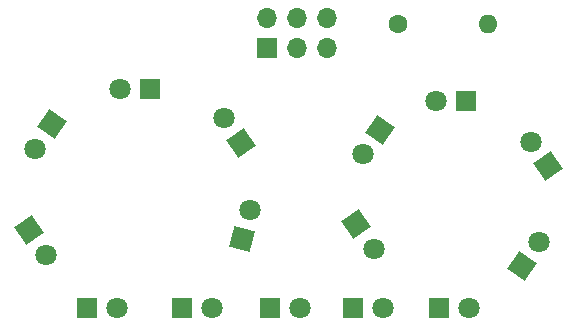
<source format=gbr>
%TF.GenerationSoftware,KiCad,Pcbnew,7.0.9*%
%TF.CreationDate,2024-02-16T19:17:06-08:00*%
%TF.ProjectId,DC32_Cassette_SAO,44433332-5f43-4617-9373-657474655f53,rev?*%
%TF.SameCoordinates,Original*%
%TF.FileFunction,Soldermask,Bot*%
%TF.FilePolarity,Negative*%
%FSLAX46Y46*%
G04 Gerber Fmt 4.6, Leading zero omitted, Abs format (unit mm)*
G04 Created by KiCad (PCBNEW 7.0.9) date 2024-02-16 19:17:06*
%MOMM*%
%LPD*%
G01*
G04 APERTURE LIST*
G04 Aperture macros list*
%AMRotRect*
0 Rectangle, with rotation*
0 The origin of the aperture is its center*
0 $1 length*
0 $2 width*
0 $3 Rotation angle, in degrees counterclockwise*
0 Add horizontal line*
21,1,$1,$2,0,0,$3*%
G04 Aperture macros list end*
%ADD10R,1.800000X1.800000*%
%ADD11C,1.800000*%
%ADD12RotRect,1.800000X1.800000X125.000000*%
%ADD13RotRect,1.800000X1.800000X305.000000*%
%ADD14RotRect,1.800000X1.800000X235.000000*%
%ADD15RotRect,1.800000X1.800000X55.000000*%
%ADD16RotRect,1.800000X1.800000X75.000000*%
%ADD17C,1.600000*%
%ADD18O,1.600000X1.600000*%
%ADD19R,1.700000X1.700000*%
%ADD20O,1.700000X1.700000*%
G04 APERTURE END LIST*
D10*
%TO.C,D3*%
X138000000Y-89500000D03*
D11*
X135460000Y-89500000D03*
%TD*%
D12*
%TO.C,D12*%
X171731310Y-96044419D03*
D11*
X170274426Y-93963773D03*
%TD*%
D10*
%TO.C,D8*%
X148225000Y-108000000D03*
D11*
X150765000Y-108000000D03*
%TD*%
%TO.C,D5*%
X129225574Y-103536227D03*
D13*
X127768690Y-101455581D03*
%TD*%
D14*
%TO.C,D14*%
X157500000Y-92955581D03*
D11*
X156043116Y-95036227D03*
%TD*%
D10*
%TO.C,D6*%
X132725000Y-108000000D03*
D11*
X135265000Y-108000000D03*
%TD*%
D14*
%TO.C,D4*%
X129731310Y-92455581D03*
D11*
X128274426Y-94536227D03*
%TD*%
D15*
%TO.C,D11*%
X169500000Y-104500000D03*
D11*
X170956884Y-102419354D03*
%TD*%
D10*
%TO.C,D9*%
X155225000Y-108000000D03*
D11*
X157765000Y-108000000D03*
%TD*%
D10*
%TO.C,D13*%
X164775000Y-90500000D03*
D11*
X162235000Y-90500000D03*
%TD*%
D10*
%TO.C,D7*%
X140725000Y-108000000D03*
D11*
X143265000Y-108000000D03*
%TD*%
%TO.C,D2*%
X144274426Y-91963773D03*
D12*
X145731310Y-94044419D03*
%TD*%
D16*
%TO.C,D1*%
X145862500Y-102231555D03*
D11*
X146519900Y-99778103D03*
%TD*%
D13*
%TO.C,D15*%
X155500000Y-100955581D03*
D11*
X156956884Y-103036227D03*
%TD*%
D10*
%TO.C,D10*%
X162460000Y-108000000D03*
D11*
X165000000Y-108000000D03*
%TD*%
D17*
%TO.C,R1*%
X159000000Y-84000000D03*
D18*
X166620000Y-84000000D03*
%TD*%
D19*
%TO.C,J1*%
X147975000Y-86000000D03*
D20*
X147975000Y-83460000D03*
X150515000Y-86000000D03*
X150515000Y-83460000D03*
X153055000Y-86000000D03*
X153055000Y-83460000D03*
%TD*%
M02*

</source>
